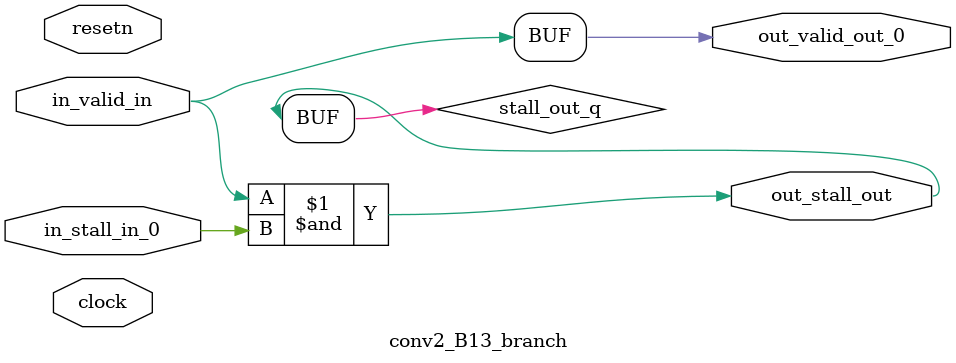
<source format=sv>



(* altera_attribute = "-name AUTO_SHIFT_REGISTER_RECOGNITION OFF; -name MESSAGE_DISABLE 10036; -name MESSAGE_DISABLE 10037; -name MESSAGE_DISABLE 14130; -name MESSAGE_DISABLE 14320; -name MESSAGE_DISABLE 15400; -name MESSAGE_DISABLE 14130; -name MESSAGE_DISABLE 10036; -name MESSAGE_DISABLE 12020; -name MESSAGE_DISABLE 12030; -name MESSAGE_DISABLE 12010; -name MESSAGE_DISABLE 12110; -name MESSAGE_DISABLE 14320; -name MESSAGE_DISABLE 13410; -name MESSAGE_DISABLE 113007; -name MESSAGE_DISABLE 10958" *)
module conv2_B13_branch (
    input wire [0:0] in_stall_in_0,
    input wire [0:0] in_valid_in,
    output wire [0:0] out_stall_out,
    output wire [0:0] out_valid_out_0,
    input wire clock,
    input wire resetn
    );

    wire [0:0] stall_out_q;


    // stall_out(LOGICAL,6)
    assign stall_out_q = in_valid_in & in_stall_in_0;

    // out_stall_out(GPOUT,4)
    assign out_stall_out = stall_out_q;

    // out_valid_out_0(GPOUT,5)
    assign out_valid_out_0 = in_valid_in;

endmodule

</source>
